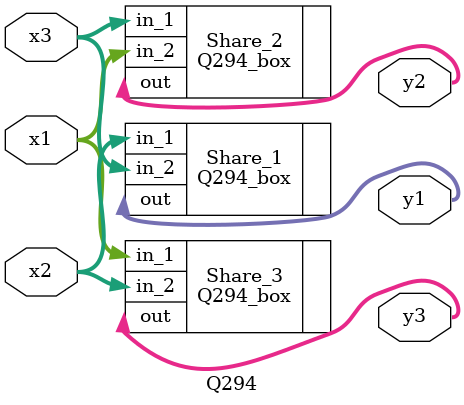
<source format=v>

module Q294(
	input wire [3:0] x1,
	input wire [3:0] x2,
	input wire [3:0] x3,
	output wire [3:0] y1,
	output wire [3:0] y2,
	output wire [3:0] y3
);

	Q294_box Share_1(.in_1(x2), .in_2(x3), .out(y1));	
	Q294_box Share_2(.in_1(x3), .in_2(x1), .out(y2));	
	Q294_box Share_3(.in_1(x1), .in_2(x2), .out(y3));

endmodule

</source>
